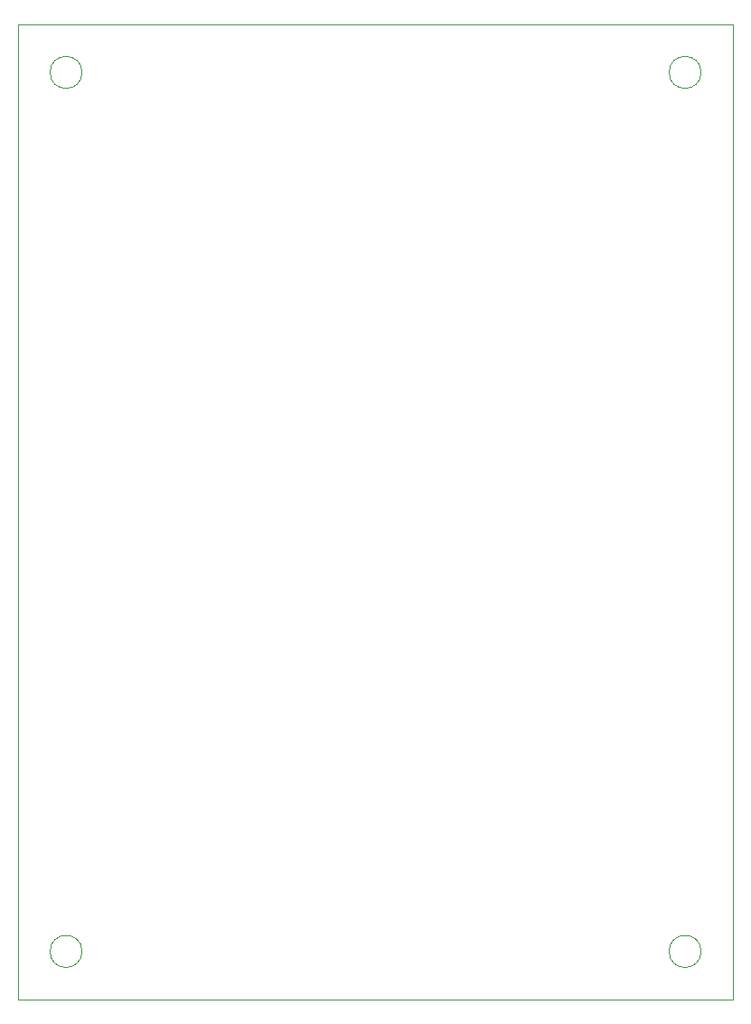
<source format=gm1>
G04 #@! TF.GenerationSoftware,KiCad,Pcbnew,5.1.4-e60b266~84~ubuntu19.04.1*
G04 #@! TF.CreationDate,2019-08-29T17:26:57+02:00*
G04 #@! TF.ProjectId,VGABreakout,56474142-7265-4616-9b6f-75742e6b6963,1.0*
G04 #@! TF.SameCoordinates,Original*
G04 #@! TF.FileFunction,Profile,NP*
%FSLAX46Y46*%
G04 Gerber Fmt 4.6, Leading zero omitted, Abs format (unit mm)*
G04 Created by KiCad (PCBNEW 5.1.4-e60b266~84~ubuntu19.04.1) date 2019-08-29 17:26:57*
%MOMM*%
%LPD*%
G04 APERTURE LIST*
%ADD10C,0.025400*%
G04 APERTURE END LIST*
D10*
X100263800Y-153980538D02*
G75*
G03X100263800Y-153980538I-1500000J0D01*
G01*
X158256200Y-153980538D02*
G75*
G03X158256200Y-153980538I-1500000J0D01*
G01*
X158256200Y-71709462D02*
G75*
G03X158256200Y-71709462I-1500000J0D01*
G01*
X100263800Y-71709462D02*
G75*
G03X100263800Y-71709462I-1500000J0D01*
G01*
X94263800Y-67209462D02*
X161256200Y-67209462D01*
X94263800Y-158480538D02*
X94263800Y-67209462D01*
X161256200Y-158480538D02*
X94263800Y-158480538D01*
X161256200Y-67209462D02*
X161256200Y-158480538D01*
M02*

</source>
